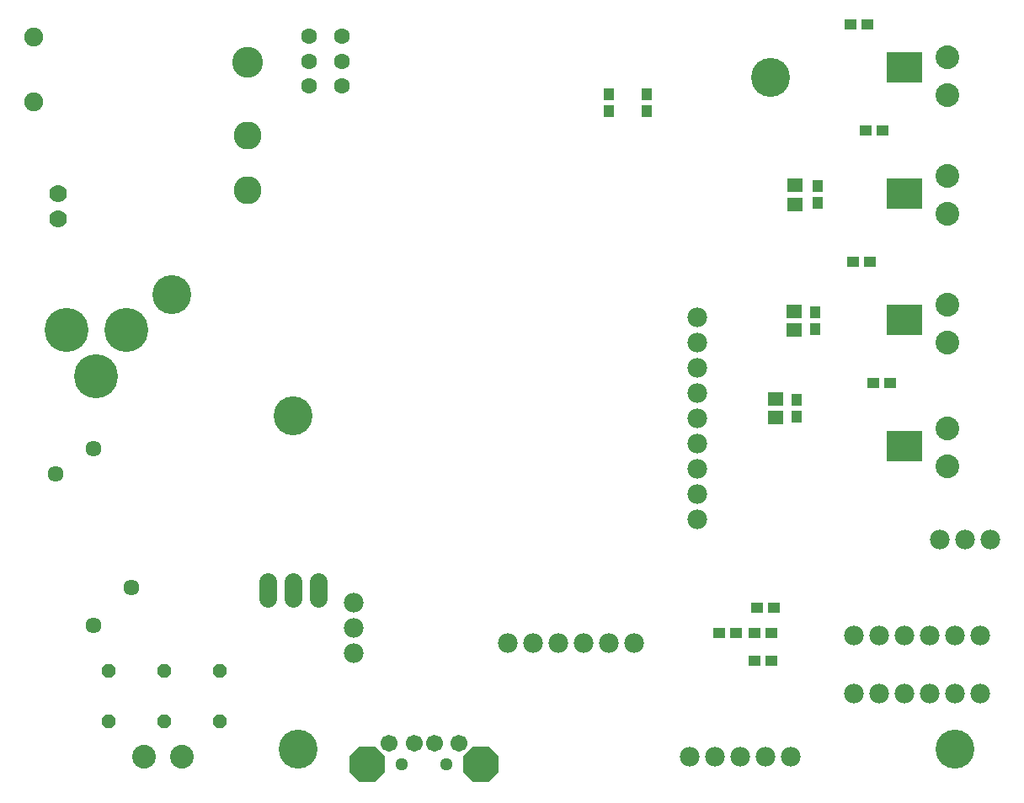
<source format=gbs>
G75*
G70*
%OFA0B0*%
%FSLAX24Y24*%
%IPPOS*%
%LPD*%
%AMOC8*
5,1,8,0,0,1.08239X$1,22.5*
%
%ADD10C,0.1540*%
%ADD11R,0.1400X0.1200*%
%ADD12C,0.0749*%
%ADD13C,0.0700*%
%ADD14C,0.0631*%
%ADD15R,0.0434X0.0473*%
%ADD16C,0.0780*%
%ADD17R,0.0473X0.0434*%
%ADD18C,0.0634*%
%ADD19C,0.0700*%
%ADD20OC8,0.0560*%
%ADD21C,0.0940*%
%ADD22C,0.1103*%
%ADD23C,0.1221*%
%ADD24C,0.1740*%
%ADD25R,0.0631X0.0552*%
%ADD26OC8,0.1424*%
%ADD27C,0.0512*%
%ADD28C,0.0670*%
D10*
X012700Y029510D03*
X012500Y042710D03*
X007700Y047510D03*
X031400Y056110D03*
X038700Y029510D03*
D11*
X036700Y041510D03*
X036700Y046510D03*
X036700Y051510D03*
X036700Y056510D03*
D12*
X002250Y057699D03*
X002250Y055120D03*
D13*
X003200Y051510D03*
X003200Y050510D03*
D14*
X013141Y055756D03*
X013141Y056740D03*
X013141Y057724D03*
X014440Y057724D03*
X014440Y056740D03*
X014440Y055756D03*
D15*
X025000Y055444D03*
X025000Y054775D03*
X026500Y054775D03*
X026500Y055444D03*
X033270Y051794D03*
X033270Y051125D03*
X033170Y046804D03*
X033170Y046135D03*
X032440Y043334D03*
X032440Y042665D03*
D16*
X028500Y042610D03*
X028500Y041610D03*
X028500Y040610D03*
X028500Y039610D03*
X028500Y038610D03*
X026000Y033710D03*
X025000Y033710D03*
X024000Y033710D03*
X023000Y033710D03*
X022000Y033710D03*
X021000Y033710D03*
X014900Y033310D03*
X014900Y034310D03*
X014900Y035310D03*
X028200Y029210D03*
X029200Y029210D03*
X030200Y029210D03*
X031200Y029210D03*
X032200Y029210D03*
X034700Y031710D03*
X035700Y031710D03*
X036700Y031710D03*
X037700Y031710D03*
X038700Y031710D03*
X039700Y031710D03*
X039700Y034010D03*
X038700Y034010D03*
X037700Y034010D03*
X036700Y034010D03*
X035700Y034010D03*
X034700Y034010D03*
X038100Y037810D03*
X039100Y037810D03*
X040100Y037810D03*
X028500Y043610D03*
X028500Y044610D03*
X028500Y045610D03*
X028500Y046610D03*
D17*
X034665Y048810D03*
X035335Y048810D03*
X035465Y044010D03*
X036135Y044010D03*
X031535Y035110D03*
X030865Y035110D03*
X030765Y034110D03*
X031435Y034110D03*
X031435Y033010D03*
X030765Y033010D03*
X030035Y034110D03*
X029365Y034110D03*
X035165Y054010D03*
X035835Y054010D03*
X035235Y058210D03*
X034565Y058210D03*
D18*
X006100Y035910D03*
X004600Y034410D03*
X003100Y040410D03*
X004600Y041410D03*
D19*
X011500Y036140D02*
X011500Y035480D01*
X012500Y035480D02*
X012500Y036140D01*
X013500Y036140D02*
X013500Y035480D01*
D20*
X009600Y032610D03*
X009600Y030610D03*
X007400Y030610D03*
X007400Y032610D03*
X005200Y032610D03*
X005200Y030610D03*
D21*
X006600Y029210D03*
X008100Y029210D03*
X038400Y040710D03*
X038400Y042210D03*
X038400Y045610D03*
X038400Y047110D03*
X038400Y050710D03*
X038400Y052210D03*
X038400Y055410D03*
X038400Y056910D03*
D22*
X010700Y053810D03*
X010700Y051644D03*
D23*
X010700Y056684D03*
D24*
X005894Y046110D03*
X004713Y044259D03*
X003531Y046110D03*
D25*
X031600Y043364D03*
X031600Y042616D03*
X032330Y046096D03*
X032330Y046844D03*
X032360Y051076D03*
X032360Y051824D03*
D26*
X019944Y028893D03*
X015456Y028893D03*
D27*
X016814Y028893D03*
X018586Y028893D03*
D28*
X018094Y029719D03*
X017306Y029719D03*
X016322Y029719D03*
X019078Y029719D03*
M02*

</source>
